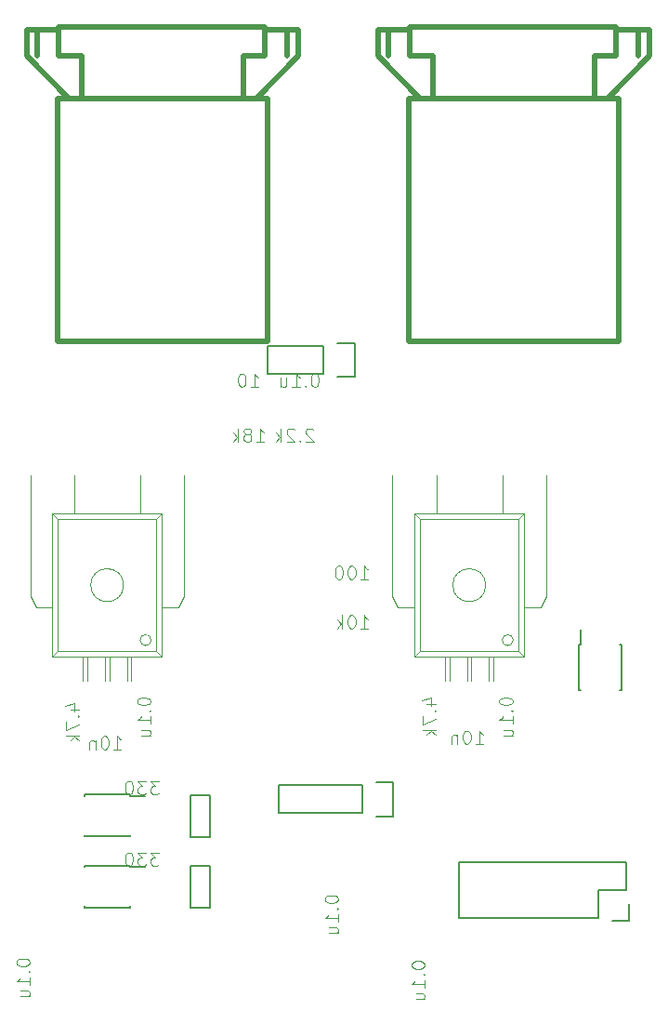
<source format=gbr>
G04 #@! TF.FileFunction,Legend,Bot*
%FSLAX46Y46*%
G04 Gerber Fmt 4.6, Leading zero omitted, Abs format (unit mm)*
G04 Created by KiCad (PCBNEW 4.0.6) date 03/21/17 17:19:15*
%MOMM*%
%LPD*%
G01*
G04 APERTURE LIST*
%ADD10C,0.100000*%
%ADD11C,0.150000*%
%ADD12C,0.500000*%
%ADD13C,0.101600*%
G04 APERTURE END LIST*
D10*
D11*
X25075000Y-54025000D02*
X25075000Y-54170000D01*
X20925000Y-54025000D02*
X20925000Y-54170000D01*
X20925000Y-57875000D02*
X20925000Y-57730000D01*
X25075000Y-57875000D02*
X25075000Y-57730000D01*
X25075000Y-54025000D02*
X20925000Y-54025000D01*
X25075000Y-57875000D02*
X20925000Y-57875000D01*
X25075000Y-54170000D02*
X26475000Y-54170000D01*
D10*
X27500000Y-41000000D02*
X27500000Y-29000000D01*
X18500000Y-41000000D02*
X27500000Y-41000000D01*
X27500000Y-41000000D02*
X28000000Y-41500000D01*
X18500000Y-29000000D02*
X18500000Y-41000000D01*
X18500000Y-41000000D02*
X18000000Y-41500000D01*
X18500000Y-29000000D02*
X18000000Y-28500000D01*
X27500000Y-29000000D02*
X18500000Y-29000000D01*
X28000000Y-28500000D02*
X27500000Y-29000000D01*
X16000000Y-36000000D02*
X16000000Y-25000000D01*
X16500000Y-37000000D02*
X18000000Y-37000000D01*
X16500000Y-37000000D02*
X16000000Y-36000000D01*
X30000000Y-36000000D02*
X30000000Y-25000000D01*
X29500000Y-37000000D02*
X28000000Y-37000000D01*
X30000000Y-36000000D02*
X29500000Y-37000000D01*
X27000000Y-40000000D02*
G75*
G03X27000000Y-40000000I-500000J0D01*
G01*
X24500000Y-35000000D02*
G75*
G03X24500000Y-35000000I-1500000J0D01*
G01*
X20800000Y-41500000D02*
X20800000Y-43700000D01*
X21200000Y-41500000D02*
X21200000Y-43700000D01*
X24800000Y-41500000D02*
X24800000Y-43700000D01*
X25200000Y-41500000D02*
X25200000Y-43700000D01*
X22800000Y-41500000D02*
X22800000Y-43700000D01*
X23200000Y-41500000D02*
X23200000Y-43700000D01*
X20000000Y-25000000D02*
X20000000Y-28500000D01*
X26000000Y-25000000D02*
X26000000Y-28500000D01*
X18000000Y-41500000D02*
X28000000Y-41500000D01*
X28000000Y-28500000D02*
X18000000Y-28500000D01*
X28000000Y-28500000D02*
X28000000Y-41500000D01*
X18000000Y-28500000D02*
X18000000Y-41500000D01*
D12*
X48600000Y13200000D02*
X48600000Y15600000D01*
X47700000Y15600000D02*
X47700000Y13200000D01*
X50600000Y15600000D02*
X47700000Y15600000D01*
X72400000Y15600000D02*
X72400000Y13200000D01*
X71400000Y13200000D02*
X71400000Y15600000D01*
X69400000Y15600000D02*
X72400000Y15600000D01*
X50600000Y15800000D02*
X69400000Y15800000D01*
X72400000Y13200000D02*
X68600000Y9300000D01*
X47700000Y13200000D02*
X51500000Y9300000D01*
X52700000Y13200000D02*
X52700000Y9300000D01*
X67400000Y13200000D02*
X67400000Y9300000D01*
X69400000Y13200000D02*
X67400000Y13200000D01*
X69400000Y13200000D02*
X69400000Y15800000D01*
X50600000Y13200000D02*
X52700000Y13200000D01*
X50600000Y13200000D02*
X50600000Y15800000D01*
X50500000Y-12800000D02*
X69600000Y-12800000D01*
X69600000Y-12800000D02*
X69600000Y9300000D01*
X69600000Y9300000D02*
X50500000Y9300000D01*
X50500000Y-12800000D02*
X50500000Y9300000D01*
X16600000Y13200000D02*
X16600000Y15600000D01*
X15700000Y15600000D02*
X15700000Y13200000D01*
X18600000Y15600000D02*
X15700000Y15600000D01*
X40400000Y15600000D02*
X40400000Y13200000D01*
X39400000Y13200000D02*
X39400000Y15600000D01*
X37400000Y15600000D02*
X40400000Y15600000D01*
X18600000Y15800000D02*
X37400000Y15800000D01*
X40400000Y13200000D02*
X36600000Y9300000D01*
X15700000Y13200000D02*
X19500000Y9300000D01*
X20700000Y13200000D02*
X20700000Y9300000D01*
X35400000Y13200000D02*
X35400000Y9300000D01*
X37400000Y13200000D02*
X35400000Y13200000D01*
X37400000Y13200000D02*
X37400000Y15800000D01*
X18600000Y13200000D02*
X20700000Y13200000D01*
X18600000Y13200000D02*
X18600000Y15800000D01*
X18500000Y-12800000D02*
X37600000Y-12800000D01*
X37600000Y-12800000D02*
X37600000Y9300000D01*
X37600000Y9300000D02*
X18500000Y9300000D01*
X18500000Y-12800000D02*
X18500000Y9300000D01*
D10*
X60500000Y-41000000D02*
X60500000Y-29000000D01*
X51500000Y-41000000D02*
X60500000Y-41000000D01*
X60500000Y-41000000D02*
X61000000Y-41500000D01*
X51500000Y-29000000D02*
X51500000Y-41000000D01*
X51500000Y-41000000D02*
X51000000Y-41500000D01*
X51500000Y-29000000D02*
X51000000Y-28500000D01*
X60500000Y-29000000D02*
X51500000Y-29000000D01*
X61000000Y-28500000D02*
X60500000Y-29000000D01*
X49000000Y-36000000D02*
X49000000Y-25000000D01*
X49500000Y-37000000D02*
X51000000Y-37000000D01*
X49500000Y-37000000D02*
X49000000Y-36000000D01*
X63000000Y-36000000D02*
X63000000Y-25000000D01*
X62500000Y-37000000D02*
X61000000Y-37000000D01*
X63000000Y-36000000D02*
X62500000Y-37000000D01*
X60000000Y-40000000D02*
G75*
G03X60000000Y-40000000I-500000J0D01*
G01*
X57500000Y-35000000D02*
G75*
G03X57500000Y-35000000I-1500000J0D01*
G01*
X53800000Y-41500000D02*
X53800000Y-43700000D01*
X54200000Y-41500000D02*
X54200000Y-43700000D01*
X57800000Y-41500000D02*
X57800000Y-43700000D01*
X58200000Y-41500000D02*
X58200000Y-43700000D01*
X55800000Y-41500000D02*
X55800000Y-43700000D01*
X56200000Y-41500000D02*
X56200000Y-43700000D01*
X53000000Y-25000000D02*
X53000000Y-28500000D01*
X59000000Y-25000000D02*
X59000000Y-28500000D01*
X51000000Y-41500000D02*
X61000000Y-41500000D01*
X61000000Y-28500000D02*
X51000000Y-28500000D01*
X61000000Y-28500000D02*
X61000000Y-41500000D01*
X51000000Y-28500000D02*
X51000000Y-41500000D01*
D11*
X46230000Y-55770000D02*
X38610000Y-55770000D01*
X46230000Y-53230000D02*
X38610000Y-53230000D01*
X49050000Y-52950000D02*
X47500000Y-52950000D01*
X38610000Y-55770000D02*
X38610000Y-53230000D01*
X46230000Y-53230000D02*
X46230000Y-55770000D01*
X47500000Y-56050000D02*
X49050000Y-56050000D01*
X49050000Y-56050000D02*
X49050000Y-52950000D01*
X55030000Y-60190000D02*
X70270000Y-60190000D01*
X67730000Y-65270000D02*
X55030000Y-65270000D01*
X55030000Y-60190000D02*
X55030000Y-65270000D01*
X70270000Y-60190000D02*
X70270000Y-62730000D01*
X70550000Y-64000000D02*
X70550000Y-65550000D01*
X70270000Y-62730000D02*
X67730000Y-62730000D01*
X67730000Y-62730000D02*
X67730000Y-65270000D01*
X70550000Y-65550000D02*
X69000000Y-65550000D01*
X42730000Y-15770000D02*
X37650000Y-15770000D01*
X37650000Y-15770000D02*
X37650000Y-13230000D01*
X37650000Y-13230000D02*
X42730000Y-13230000D01*
X45550000Y-12950000D02*
X44000000Y-12950000D01*
X42730000Y-13230000D02*
X42730000Y-15770000D01*
X44000000Y-16050000D02*
X45550000Y-16050000D01*
X45550000Y-16050000D02*
X45550000Y-12950000D01*
X66025000Y-40425000D02*
X66170000Y-40425000D01*
X66025000Y-44575000D02*
X66170000Y-44575000D01*
X69875000Y-44575000D02*
X69730000Y-44575000D01*
X69875000Y-40425000D02*
X69730000Y-40425000D01*
X66025000Y-40425000D02*
X66025000Y-44575000D01*
X69875000Y-40425000D02*
X69875000Y-44575000D01*
X66170000Y-40425000D02*
X66170000Y-39025000D01*
X25075000Y-60525000D02*
X25075000Y-60670000D01*
X20925000Y-60525000D02*
X20925000Y-60670000D01*
X20925000Y-64375000D02*
X20925000Y-64230000D01*
X25075000Y-64375000D02*
X25075000Y-64230000D01*
X25075000Y-60525000D02*
X20925000Y-60525000D01*
X25075000Y-64375000D02*
X20925000Y-64375000D01*
X25075000Y-60670000D02*
X26475000Y-60670000D01*
X32389000Y-54095000D02*
X32389000Y-57905000D01*
X32389000Y-57905000D02*
X30611000Y-57905000D01*
X30611000Y-57905000D02*
X30611000Y-54095000D01*
X32389000Y-54095000D02*
X30611000Y-54095000D01*
X32389000Y-60595000D02*
X32389000Y-64405000D01*
X32389000Y-64405000D02*
X30611000Y-64405000D01*
X30611000Y-64405000D02*
X30611000Y-60595000D01*
X32389000Y-60595000D02*
X30611000Y-60595000D01*
D13*
X50736048Y-69517071D02*
X50736048Y-69631976D01*
X50793500Y-69746881D01*
X50850952Y-69804333D01*
X50965857Y-69861786D01*
X51195667Y-69919238D01*
X51482929Y-69919238D01*
X51712738Y-69861786D01*
X51827643Y-69804333D01*
X51885095Y-69746881D01*
X51942548Y-69631976D01*
X51942548Y-69517071D01*
X51885095Y-69402167D01*
X51827643Y-69344714D01*
X51712738Y-69287262D01*
X51482929Y-69229810D01*
X51195667Y-69229810D01*
X50965857Y-69287262D01*
X50850952Y-69344714D01*
X50793500Y-69402167D01*
X50736048Y-69517071D01*
X51827643Y-70436310D02*
X51885095Y-70493762D01*
X51942548Y-70436310D01*
X51885095Y-70378858D01*
X51827643Y-70436310D01*
X51942548Y-70436310D01*
X51942548Y-71642810D02*
X51942548Y-70953382D01*
X51942548Y-71298096D02*
X50736048Y-71298096D01*
X50908405Y-71183191D01*
X51023310Y-71068286D01*
X51080762Y-70953382D01*
X51138214Y-72676953D02*
X51942548Y-72676953D01*
X51138214Y-72159882D02*
X51770190Y-72159882D01*
X51885095Y-72217334D01*
X51942548Y-72332239D01*
X51942548Y-72504596D01*
X51885095Y-72619501D01*
X51827643Y-72676953D01*
X25736048Y-45517071D02*
X25736048Y-45631976D01*
X25793500Y-45746881D01*
X25850952Y-45804333D01*
X25965857Y-45861786D01*
X26195667Y-45919238D01*
X26482929Y-45919238D01*
X26712738Y-45861786D01*
X26827643Y-45804333D01*
X26885095Y-45746881D01*
X26942548Y-45631976D01*
X26942548Y-45517071D01*
X26885095Y-45402167D01*
X26827643Y-45344714D01*
X26712738Y-45287262D01*
X26482929Y-45229810D01*
X26195667Y-45229810D01*
X25965857Y-45287262D01*
X25850952Y-45344714D01*
X25793500Y-45402167D01*
X25736048Y-45517071D01*
X26827643Y-46436310D02*
X26885095Y-46493762D01*
X26942548Y-46436310D01*
X26885095Y-46378858D01*
X26827643Y-46436310D01*
X26942548Y-46436310D01*
X26942548Y-47642810D02*
X26942548Y-46953382D01*
X26942548Y-47298096D02*
X25736048Y-47298096D01*
X25908405Y-47183191D01*
X26023310Y-47068286D01*
X26080762Y-46953382D01*
X26138214Y-48676953D02*
X26942548Y-48676953D01*
X26138214Y-48159882D02*
X26770190Y-48159882D01*
X26885095Y-48217334D01*
X26942548Y-48332239D01*
X26942548Y-48504596D01*
X26885095Y-48619501D01*
X26827643Y-48676953D01*
X42836048Y-63517071D02*
X42836048Y-63631976D01*
X42893500Y-63746881D01*
X42950952Y-63804333D01*
X43065857Y-63861786D01*
X43295667Y-63919238D01*
X43582929Y-63919238D01*
X43812738Y-63861786D01*
X43927643Y-63804333D01*
X43985095Y-63746881D01*
X44042548Y-63631976D01*
X44042548Y-63517071D01*
X43985095Y-63402167D01*
X43927643Y-63344714D01*
X43812738Y-63287262D01*
X43582929Y-63229810D01*
X43295667Y-63229810D01*
X43065857Y-63287262D01*
X42950952Y-63344714D01*
X42893500Y-63402167D01*
X42836048Y-63517071D01*
X43927643Y-64436310D02*
X43985095Y-64493762D01*
X44042548Y-64436310D01*
X43985095Y-64378858D01*
X43927643Y-64436310D01*
X44042548Y-64436310D01*
X44042548Y-65642810D02*
X44042548Y-64953382D01*
X44042548Y-65298096D02*
X42836048Y-65298096D01*
X43008405Y-65183191D01*
X43123310Y-65068286D01*
X43180762Y-64953382D01*
X43238214Y-66676953D02*
X44042548Y-66676953D01*
X43238214Y-66159882D02*
X43870190Y-66159882D01*
X43985095Y-66217334D01*
X44042548Y-66332239D01*
X44042548Y-66504596D01*
X43985095Y-66619501D01*
X43927643Y-66676953D01*
X58736048Y-45517071D02*
X58736048Y-45631976D01*
X58793500Y-45746881D01*
X58850952Y-45804333D01*
X58965857Y-45861786D01*
X59195667Y-45919238D01*
X59482929Y-45919238D01*
X59712738Y-45861786D01*
X59827643Y-45804333D01*
X59885095Y-45746881D01*
X59942548Y-45631976D01*
X59942548Y-45517071D01*
X59885095Y-45402167D01*
X59827643Y-45344714D01*
X59712738Y-45287262D01*
X59482929Y-45229810D01*
X59195667Y-45229810D01*
X58965857Y-45287262D01*
X58850952Y-45344714D01*
X58793500Y-45402167D01*
X58736048Y-45517071D01*
X59827643Y-46436310D02*
X59885095Y-46493762D01*
X59942548Y-46436310D01*
X59885095Y-46378858D01*
X59827643Y-46436310D01*
X59942548Y-46436310D01*
X59942548Y-47642810D02*
X59942548Y-46953382D01*
X59942548Y-47298096D02*
X58736048Y-47298096D01*
X58908405Y-47183191D01*
X59023310Y-47068286D01*
X59080762Y-46953382D01*
X59138214Y-48676953D02*
X59942548Y-48676953D01*
X59138214Y-48159882D02*
X59770190Y-48159882D01*
X59885095Y-48217334D01*
X59942548Y-48332239D01*
X59942548Y-48504596D01*
X59885095Y-48619501D01*
X59827643Y-48676953D01*
X14736048Y-69267071D02*
X14736048Y-69381976D01*
X14793500Y-69496881D01*
X14850952Y-69554333D01*
X14965857Y-69611786D01*
X15195667Y-69669238D01*
X15482929Y-69669238D01*
X15712738Y-69611786D01*
X15827643Y-69554333D01*
X15885095Y-69496881D01*
X15942548Y-69381976D01*
X15942548Y-69267071D01*
X15885095Y-69152167D01*
X15827643Y-69094714D01*
X15712738Y-69037262D01*
X15482929Y-68979810D01*
X15195667Y-68979810D01*
X14965857Y-69037262D01*
X14850952Y-69094714D01*
X14793500Y-69152167D01*
X14736048Y-69267071D01*
X15827643Y-70186310D02*
X15885095Y-70243762D01*
X15942548Y-70186310D01*
X15885095Y-70128858D01*
X15827643Y-70186310D01*
X15942548Y-70186310D01*
X15942548Y-71392810D02*
X15942548Y-70703382D01*
X15942548Y-71048096D02*
X14736048Y-71048096D01*
X14908405Y-70933191D01*
X15023310Y-70818286D01*
X15080762Y-70703382D01*
X15138214Y-72426953D02*
X15942548Y-72426953D01*
X15138214Y-71909882D02*
X15770190Y-71909882D01*
X15885095Y-71967334D01*
X15942548Y-72082239D01*
X15942548Y-72254596D01*
X15885095Y-72369501D01*
X15827643Y-72426953D01*
X23580762Y-49942548D02*
X24270190Y-49942548D01*
X23925476Y-49942548D02*
X23925476Y-48736048D01*
X24040381Y-48908405D01*
X24155286Y-49023310D01*
X24270190Y-49080762D01*
X22833881Y-48736048D02*
X22718976Y-48736048D01*
X22604071Y-48793500D01*
X22546619Y-48850952D01*
X22489166Y-48965857D01*
X22431714Y-49195667D01*
X22431714Y-49482929D01*
X22489166Y-49712738D01*
X22546619Y-49827643D01*
X22604071Y-49885095D01*
X22718976Y-49942548D01*
X22833881Y-49942548D01*
X22948785Y-49885095D01*
X23006238Y-49827643D01*
X23063690Y-49712738D01*
X23121142Y-49482929D01*
X23121142Y-49195667D01*
X23063690Y-48965857D01*
X23006238Y-48850952D01*
X22948785Y-48793500D01*
X22833881Y-48736048D01*
X21914642Y-49138214D02*
X21914642Y-49942548D01*
X21914642Y-49253119D02*
X21857190Y-49195667D01*
X21742285Y-49138214D01*
X21569928Y-49138214D01*
X21455023Y-49195667D01*
X21397571Y-49310571D01*
X21397571Y-49942548D01*
X56580762Y-49442548D02*
X57270190Y-49442548D01*
X56925476Y-49442548D02*
X56925476Y-48236048D01*
X57040381Y-48408405D01*
X57155286Y-48523310D01*
X57270190Y-48580762D01*
X55833881Y-48236048D02*
X55718976Y-48236048D01*
X55604071Y-48293500D01*
X55546619Y-48350952D01*
X55489166Y-48465857D01*
X55431714Y-48695667D01*
X55431714Y-48982929D01*
X55489166Y-49212738D01*
X55546619Y-49327643D01*
X55604071Y-49385095D01*
X55718976Y-49442548D01*
X55833881Y-49442548D01*
X55948785Y-49385095D01*
X56006238Y-49327643D01*
X56063690Y-49212738D01*
X56121142Y-48982929D01*
X56121142Y-48695667D01*
X56063690Y-48465857D01*
X56006238Y-48350952D01*
X55948785Y-48293500D01*
X55833881Y-48236048D01*
X54914642Y-48638214D02*
X54914642Y-49442548D01*
X54914642Y-48753119D02*
X54857190Y-48695667D01*
X54742285Y-48638214D01*
X54569928Y-48638214D01*
X54455023Y-48695667D01*
X54397571Y-48810571D01*
X54397571Y-49442548D01*
X19638214Y-46304333D02*
X20442548Y-46304333D01*
X19178595Y-46017071D02*
X20040381Y-45729810D01*
X20040381Y-46476690D01*
X20327643Y-46936310D02*
X20385095Y-46993762D01*
X20442548Y-46936310D01*
X20385095Y-46878858D01*
X20327643Y-46936310D01*
X20442548Y-46936310D01*
X19236048Y-47395929D02*
X19236048Y-48200262D01*
X20442548Y-47683191D01*
X20442548Y-48659882D02*
X19236048Y-48659882D01*
X19982929Y-48774787D02*
X20442548Y-49119501D01*
X19638214Y-49119501D02*
X20097833Y-48659882D01*
X52138214Y-45804333D02*
X52942548Y-45804333D01*
X51678595Y-45517071D02*
X52540381Y-45229810D01*
X52540381Y-45976690D01*
X52827643Y-46436310D02*
X52885095Y-46493762D01*
X52942548Y-46436310D01*
X52885095Y-46378858D01*
X52827643Y-46436310D01*
X52942548Y-46436310D01*
X51736048Y-46895929D02*
X51736048Y-47700262D01*
X52942548Y-47183191D01*
X52942548Y-48159882D02*
X51736048Y-48159882D01*
X52482929Y-48274787D02*
X52942548Y-48619501D01*
X52138214Y-48619501D02*
X52597833Y-48159882D01*
X41982929Y-15736048D02*
X41868024Y-15736048D01*
X41753119Y-15793500D01*
X41695667Y-15850952D01*
X41638214Y-15965857D01*
X41580762Y-16195667D01*
X41580762Y-16482929D01*
X41638214Y-16712738D01*
X41695667Y-16827643D01*
X41753119Y-16885095D01*
X41868024Y-16942548D01*
X41982929Y-16942548D01*
X42097833Y-16885095D01*
X42155286Y-16827643D01*
X42212738Y-16712738D01*
X42270190Y-16482929D01*
X42270190Y-16195667D01*
X42212738Y-15965857D01*
X42155286Y-15850952D01*
X42097833Y-15793500D01*
X41982929Y-15736048D01*
X41063690Y-16827643D02*
X41006238Y-16885095D01*
X41063690Y-16942548D01*
X41121142Y-16885095D01*
X41063690Y-16827643D01*
X41063690Y-16942548D01*
X39857190Y-16942548D02*
X40546618Y-16942548D01*
X40201904Y-16942548D02*
X40201904Y-15736048D01*
X40316809Y-15908405D01*
X40431714Y-16023310D01*
X40546618Y-16080762D01*
X38823047Y-16138214D02*
X38823047Y-16942548D01*
X39340118Y-16138214D02*
X39340118Y-16770190D01*
X39282666Y-16885095D01*
X39167761Y-16942548D01*
X38995404Y-16942548D01*
X38880499Y-16885095D01*
X38823047Y-16827643D01*
X36580762Y-21942548D02*
X37270190Y-21942548D01*
X36925476Y-21942548D02*
X36925476Y-20736048D01*
X37040381Y-20908405D01*
X37155286Y-21023310D01*
X37270190Y-21080762D01*
X35891333Y-21253119D02*
X36006238Y-21195667D01*
X36063690Y-21138214D01*
X36121142Y-21023310D01*
X36121142Y-20965857D01*
X36063690Y-20850952D01*
X36006238Y-20793500D01*
X35891333Y-20736048D01*
X35661523Y-20736048D01*
X35546619Y-20793500D01*
X35489166Y-20850952D01*
X35431714Y-20965857D01*
X35431714Y-21023310D01*
X35489166Y-21138214D01*
X35546619Y-21195667D01*
X35661523Y-21253119D01*
X35891333Y-21253119D01*
X36006238Y-21310571D01*
X36063690Y-21368024D01*
X36121142Y-21482929D01*
X36121142Y-21712738D01*
X36063690Y-21827643D01*
X36006238Y-21885095D01*
X35891333Y-21942548D01*
X35661523Y-21942548D01*
X35546619Y-21885095D01*
X35489166Y-21827643D01*
X35431714Y-21712738D01*
X35431714Y-21482929D01*
X35489166Y-21368024D01*
X35546619Y-21310571D01*
X35661523Y-21253119D01*
X34914642Y-21942548D02*
X34914642Y-20736048D01*
X34799737Y-21482929D02*
X34455023Y-21942548D01*
X34455023Y-21138214D02*
X34914642Y-21597833D01*
X41770190Y-20850952D02*
X41712738Y-20793500D01*
X41597833Y-20736048D01*
X41310571Y-20736048D01*
X41195667Y-20793500D01*
X41138214Y-20850952D01*
X41080762Y-20965857D01*
X41080762Y-21080762D01*
X41138214Y-21253119D01*
X41827643Y-21942548D01*
X41080762Y-21942548D01*
X40563690Y-21827643D02*
X40506238Y-21885095D01*
X40563690Y-21942548D01*
X40621142Y-21885095D01*
X40563690Y-21827643D01*
X40563690Y-21942548D01*
X40046618Y-20850952D02*
X39989166Y-20793500D01*
X39874261Y-20736048D01*
X39586999Y-20736048D01*
X39472095Y-20793500D01*
X39414642Y-20850952D01*
X39357190Y-20965857D01*
X39357190Y-21080762D01*
X39414642Y-21253119D01*
X40104071Y-21942548D01*
X39357190Y-21942548D01*
X38840118Y-21942548D02*
X38840118Y-20736048D01*
X38725213Y-21482929D02*
X38380499Y-21942548D01*
X38380499Y-21138214D02*
X38840118Y-21597833D01*
X46080762Y-38942548D02*
X46770190Y-38942548D01*
X46425476Y-38942548D02*
X46425476Y-37736048D01*
X46540381Y-37908405D01*
X46655286Y-38023310D01*
X46770190Y-38080762D01*
X45333881Y-37736048D02*
X45218976Y-37736048D01*
X45104071Y-37793500D01*
X45046619Y-37850952D01*
X44989166Y-37965857D01*
X44931714Y-38195667D01*
X44931714Y-38482929D01*
X44989166Y-38712738D01*
X45046619Y-38827643D01*
X45104071Y-38885095D01*
X45218976Y-38942548D01*
X45333881Y-38942548D01*
X45448785Y-38885095D01*
X45506238Y-38827643D01*
X45563690Y-38712738D01*
X45621142Y-38482929D01*
X45621142Y-38195667D01*
X45563690Y-37965857D01*
X45506238Y-37850952D01*
X45448785Y-37793500D01*
X45333881Y-37736048D01*
X44414642Y-38942548D02*
X44414642Y-37736048D01*
X44299737Y-38482929D02*
X43955023Y-38942548D01*
X43955023Y-38138214D02*
X44414642Y-38597833D01*
X36080762Y-16942548D02*
X36770190Y-16942548D01*
X36425476Y-16942548D02*
X36425476Y-15736048D01*
X36540381Y-15908405D01*
X36655286Y-16023310D01*
X36770190Y-16080762D01*
X35333881Y-15736048D02*
X35218976Y-15736048D01*
X35104071Y-15793500D01*
X35046619Y-15850952D01*
X34989166Y-15965857D01*
X34931714Y-16195667D01*
X34931714Y-16482929D01*
X34989166Y-16712738D01*
X35046619Y-16827643D01*
X35104071Y-16885095D01*
X35218976Y-16942548D01*
X35333881Y-16942548D01*
X35448785Y-16885095D01*
X35506238Y-16827643D01*
X35563690Y-16712738D01*
X35621142Y-16482929D01*
X35621142Y-16195667D01*
X35563690Y-15965857D01*
X35506238Y-15850952D01*
X35448785Y-15793500D01*
X35333881Y-15736048D01*
X46080762Y-34442548D02*
X46770190Y-34442548D01*
X46425476Y-34442548D02*
X46425476Y-33236048D01*
X46540381Y-33408405D01*
X46655286Y-33523310D01*
X46770190Y-33580762D01*
X45333881Y-33236048D02*
X45218976Y-33236048D01*
X45104071Y-33293500D01*
X45046619Y-33350952D01*
X44989166Y-33465857D01*
X44931714Y-33695667D01*
X44931714Y-33982929D01*
X44989166Y-34212738D01*
X45046619Y-34327643D01*
X45104071Y-34385095D01*
X45218976Y-34442548D01*
X45333881Y-34442548D01*
X45448785Y-34385095D01*
X45506238Y-34327643D01*
X45563690Y-34212738D01*
X45621142Y-33982929D01*
X45621142Y-33695667D01*
X45563690Y-33465857D01*
X45506238Y-33350952D01*
X45448785Y-33293500D01*
X45333881Y-33236048D01*
X44184833Y-33236048D02*
X44069928Y-33236048D01*
X43955023Y-33293500D01*
X43897571Y-33350952D01*
X43840118Y-33465857D01*
X43782666Y-33695667D01*
X43782666Y-33982929D01*
X43840118Y-34212738D01*
X43897571Y-34327643D01*
X43955023Y-34385095D01*
X44069928Y-34442548D01*
X44184833Y-34442548D01*
X44299737Y-34385095D01*
X44357190Y-34327643D01*
X44414642Y-34212738D01*
X44472094Y-33982929D01*
X44472094Y-33695667D01*
X44414642Y-33465857D01*
X44357190Y-33350952D01*
X44299737Y-33293500D01*
X44184833Y-33236048D01*
X27692643Y-59331048D02*
X26945762Y-59331048D01*
X27347929Y-59790667D01*
X27175571Y-59790667D01*
X27060667Y-59848119D01*
X27003214Y-59905571D01*
X26945762Y-60020476D01*
X26945762Y-60307738D01*
X27003214Y-60422643D01*
X27060667Y-60480095D01*
X27175571Y-60537548D01*
X27520286Y-60537548D01*
X27635190Y-60480095D01*
X27692643Y-60422643D01*
X26543595Y-59331048D02*
X25796714Y-59331048D01*
X26198881Y-59790667D01*
X26026523Y-59790667D01*
X25911619Y-59848119D01*
X25854166Y-59905571D01*
X25796714Y-60020476D01*
X25796714Y-60307738D01*
X25854166Y-60422643D01*
X25911619Y-60480095D01*
X26026523Y-60537548D01*
X26371238Y-60537548D01*
X26486142Y-60480095D01*
X26543595Y-60422643D01*
X25049833Y-59331048D02*
X24934928Y-59331048D01*
X24820023Y-59388500D01*
X24762571Y-59445952D01*
X24705118Y-59560857D01*
X24647666Y-59790667D01*
X24647666Y-60077929D01*
X24705118Y-60307738D01*
X24762571Y-60422643D01*
X24820023Y-60480095D01*
X24934928Y-60537548D01*
X25049833Y-60537548D01*
X25164737Y-60480095D01*
X25222190Y-60422643D01*
X25279642Y-60307738D01*
X25337094Y-60077929D01*
X25337094Y-59790667D01*
X25279642Y-59560857D01*
X25222190Y-59445952D01*
X25164737Y-59388500D01*
X25049833Y-59331048D01*
X27692643Y-52831048D02*
X26945762Y-52831048D01*
X27347929Y-53290667D01*
X27175571Y-53290667D01*
X27060667Y-53348119D01*
X27003214Y-53405571D01*
X26945762Y-53520476D01*
X26945762Y-53807738D01*
X27003214Y-53922643D01*
X27060667Y-53980095D01*
X27175571Y-54037548D01*
X27520286Y-54037548D01*
X27635190Y-53980095D01*
X27692643Y-53922643D01*
X26543595Y-52831048D02*
X25796714Y-52831048D01*
X26198881Y-53290667D01*
X26026523Y-53290667D01*
X25911619Y-53348119D01*
X25854166Y-53405571D01*
X25796714Y-53520476D01*
X25796714Y-53807738D01*
X25854166Y-53922643D01*
X25911619Y-53980095D01*
X26026523Y-54037548D01*
X26371238Y-54037548D01*
X26486142Y-53980095D01*
X26543595Y-53922643D01*
X25049833Y-52831048D02*
X24934928Y-52831048D01*
X24820023Y-52888500D01*
X24762571Y-52945952D01*
X24705118Y-53060857D01*
X24647666Y-53290667D01*
X24647666Y-53577929D01*
X24705118Y-53807738D01*
X24762571Y-53922643D01*
X24820023Y-53980095D01*
X24934928Y-54037548D01*
X25049833Y-54037548D01*
X25164737Y-53980095D01*
X25222190Y-53922643D01*
X25279642Y-53807738D01*
X25337094Y-53577929D01*
X25337094Y-53290667D01*
X25279642Y-53060857D01*
X25222190Y-52945952D01*
X25164737Y-52888500D01*
X25049833Y-52831048D01*
M02*

</source>
